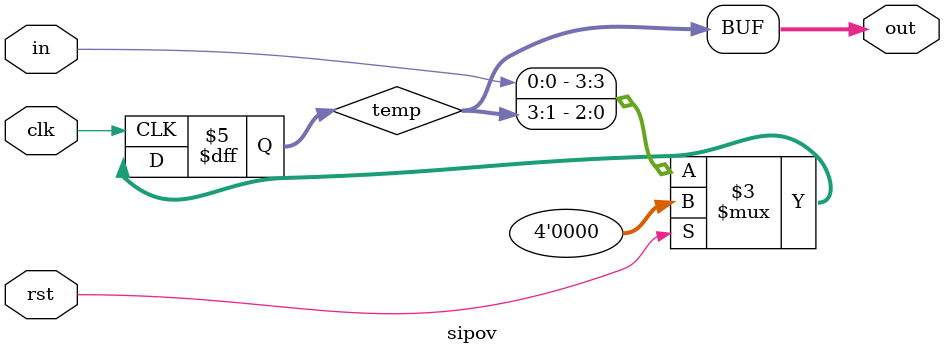
<source format=v>
module sipov(clk,rst,in,out);
input clk,rst,in;
output [3:0]out;
reg [3:0]temp;
always@(posedge clk)
begin
if(rst)
temp<=4'b0000;
else begin
temp<={in,temp[3:1]};
end
end

assign out=temp;
endmodule

</source>
